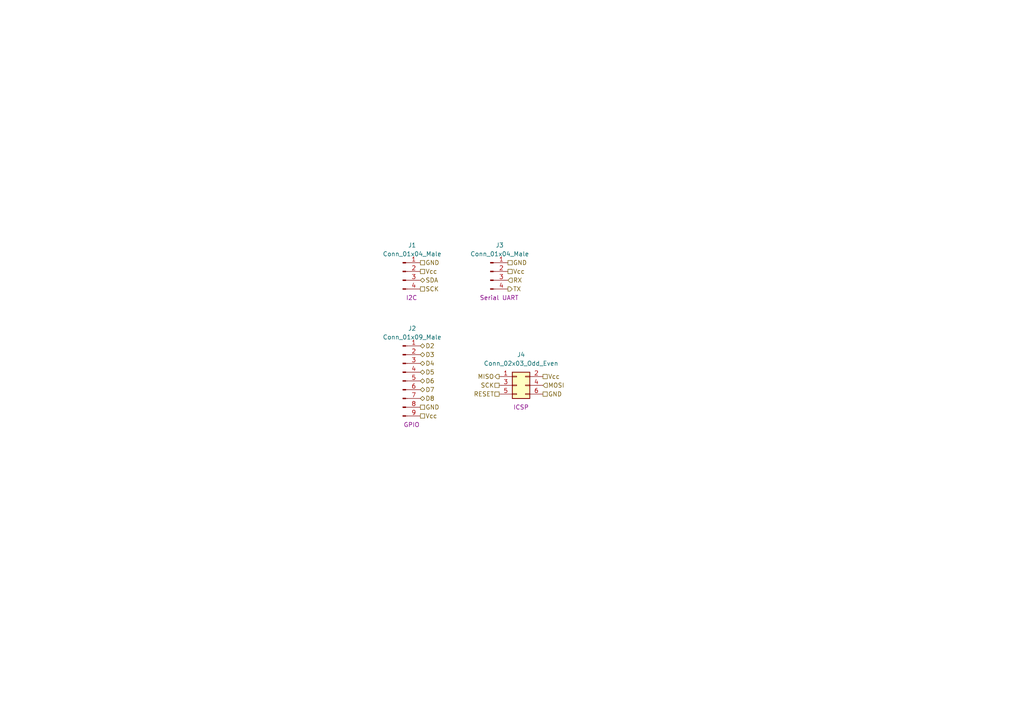
<source format=kicad_sch>
(kicad_sch (version 20230121) (generator eeschema)

  (uuid 81df4e72-fbf2-4ac0-a9ab-a50c2d6e6420)

  (paper "A4")

  (title_block
    (title "${project_name}")
    (rev "$Id: 5b075-20230525$")
    (company "COMPANY")
  )

  (lib_symbols
    (symbol "Connector:Conn_01x04_Male" (pin_names (offset 1.016) hide) (in_bom yes) (on_board yes)
      (property "Reference" "J" (at 0 5.08 0)
        (effects (font (size 1.27 1.27)))
      )
      (property "Value" "Conn_01x04_Male" (at 0 -7.62 0)
        (effects (font (size 1.27 1.27)))
      )
      (property "Footprint" "" (at 0 0 0)
        (effects (font (size 1.27 1.27)) hide)
      )
      (property "Datasheet" "~" (at 0 0 0)
        (effects (font (size 1.27 1.27)) hide)
      )
      (property "ki_keywords" "connector" (at 0 0 0)
        (effects (font (size 1.27 1.27)) hide)
      )
      (property "ki_description" "Generic connector, single row, 01x04, script generated (kicad-library-utils/schlib/autogen/connector/)" (at 0 0 0)
        (effects (font (size 1.27 1.27)) hide)
      )
      (property "ki_fp_filters" "Connector*:*_1x??_*" (at 0 0 0)
        (effects (font (size 1.27 1.27)) hide)
      )
      (symbol "Conn_01x04_Male_1_1"
        (polyline
          (pts
            (xy 1.27 -5.08)
            (xy 0.8636 -5.08)
          )
          (stroke (width 0.1524) (type default))
          (fill (type none))
        )
        (polyline
          (pts
            (xy 1.27 -2.54)
            (xy 0.8636 -2.54)
          )
          (stroke (width 0.1524) (type default))
          (fill (type none))
        )
        (polyline
          (pts
            (xy 1.27 0)
            (xy 0.8636 0)
          )
          (stroke (width 0.1524) (type default))
          (fill (type none))
        )
        (polyline
          (pts
            (xy 1.27 2.54)
            (xy 0.8636 2.54)
          )
          (stroke (width 0.1524) (type default))
          (fill (type none))
        )
        (rectangle (start 0.8636 -4.953) (end 0 -5.207)
          (stroke (width 0.1524) (type default))
          (fill (type outline))
        )
        (rectangle (start 0.8636 -2.413) (end 0 -2.667)
          (stroke (width 0.1524) (type default))
          (fill (type outline))
        )
        (rectangle (start 0.8636 0.127) (end 0 -0.127)
          (stroke (width 0.1524) (type default))
          (fill (type outline))
        )
        (rectangle (start 0.8636 2.667) (end 0 2.413)
          (stroke (width 0.1524) (type default))
          (fill (type outline))
        )
        (pin passive line (at 5.08 2.54 180) (length 3.81)
          (name "Pin_1" (effects (font (size 1.27 1.27))))
          (number "1" (effects (font (size 1.27 1.27))))
        )
        (pin passive line (at 5.08 0 180) (length 3.81)
          (name "Pin_2" (effects (font (size 1.27 1.27))))
          (number "2" (effects (font (size 1.27 1.27))))
        )
        (pin passive line (at 5.08 -2.54 180) (length 3.81)
          (name "Pin_3" (effects (font (size 1.27 1.27))))
          (number "3" (effects (font (size 1.27 1.27))))
        )
        (pin passive line (at 5.08 -5.08 180) (length 3.81)
          (name "Pin_4" (effects (font (size 1.27 1.27))))
          (number "4" (effects (font (size 1.27 1.27))))
        )
      )
    )
    (symbol "Connector:Conn_01x09_Male" (pin_names (offset 1.016) hide) (in_bom yes) (on_board yes)
      (property "Reference" "J" (at 0 12.7 0)
        (effects (font (size 1.27 1.27)))
      )
      (property "Value" "Conn_01x09_Male" (at 0 -12.7 0)
        (effects (font (size 1.27 1.27)))
      )
      (property "Footprint" "" (at 0 0 0)
        (effects (font (size 1.27 1.27)) hide)
      )
      (property "Datasheet" "~" (at 0 0 0)
        (effects (font (size 1.27 1.27)) hide)
      )
      (property "ki_keywords" "connector" (at 0 0 0)
        (effects (font (size 1.27 1.27)) hide)
      )
      (property "ki_description" "Generic connector, single row, 01x09, script generated (kicad-library-utils/schlib/autogen/connector/)" (at 0 0 0)
        (effects (font (size 1.27 1.27)) hide)
      )
      (property "ki_fp_filters" "Connector*:*_1x??_*" (at 0 0 0)
        (effects (font (size 1.27 1.27)) hide)
      )
      (symbol "Conn_01x09_Male_1_1"
        (polyline
          (pts
            (xy 1.27 -10.16)
            (xy 0.8636 -10.16)
          )
          (stroke (width 0.1524) (type default))
          (fill (type none))
        )
        (polyline
          (pts
            (xy 1.27 -7.62)
            (xy 0.8636 -7.62)
          )
          (stroke (width 0.1524) (type default))
          (fill (type none))
        )
        (polyline
          (pts
            (xy 1.27 -5.08)
            (xy 0.8636 -5.08)
          )
          (stroke (width 0.1524) (type default))
          (fill (type none))
        )
        (polyline
          (pts
            (xy 1.27 -2.54)
            (xy 0.8636 -2.54)
          )
          (stroke (width 0.1524) (type default))
          (fill (type none))
        )
        (polyline
          (pts
            (xy 1.27 0)
            (xy 0.8636 0)
          )
          (stroke (width 0.1524) (type default))
          (fill (type none))
        )
        (polyline
          (pts
            (xy 1.27 2.54)
            (xy 0.8636 2.54)
          )
          (stroke (width 0.1524) (type default))
          (fill (type none))
        )
        (polyline
          (pts
            (xy 1.27 5.08)
            (xy 0.8636 5.08)
          )
          (stroke (width 0.1524) (type default))
          (fill (type none))
        )
        (polyline
          (pts
            (xy 1.27 7.62)
            (xy 0.8636 7.62)
          )
          (stroke (width 0.1524) (type default))
          (fill (type none))
        )
        (polyline
          (pts
            (xy 1.27 10.16)
            (xy 0.8636 10.16)
          )
          (stroke (width 0.1524) (type default))
          (fill (type none))
        )
        (rectangle (start 0.8636 -10.033) (end 0 -10.287)
          (stroke (width 0.1524) (type default))
          (fill (type outline))
        )
        (rectangle (start 0.8636 -7.493) (end 0 -7.747)
          (stroke (width 0.1524) (type default))
          (fill (type outline))
        )
        (rectangle (start 0.8636 -4.953) (end 0 -5.207)
          (stroke (width 0.1524) (type default))
          (fill (type outline))
        )
        (rectangle (start 0.8636 -2.413) (end 0 -2.667)
          (stroke (width 0.1524) (type default))
          (fill (type outline))
        )
        (rectangle (start 0.8636 0.127) (end 0 -0.127)
          (stroke (width 0.1524) (type default))
          (fill (type outline))
        )
        (rectangle (start 0.8636 2.667) (end 0 2.413)
          (stroke (width 0.1524) (type default))
          (fill (type outline))
        )
        (rectangle (start 0.8636 5.207) (end 0 4.953)
          (stroke (width 0.1524) (type default))
          (fill (type outline))
        )
        (rectangle (start 0.8636 7.747) (end 0 7.493)
          (stroke (width 0.1524) (type default))
          (fill (type outline))
        )
        (rectangle (start 0.8636 10.287) (end 0 10.033)
          (stroke (width 0.1524) (type default))
          (fill (type outline))
        )
        (pin passive line (at 5.08 10.16 180) (length 3.81)
          (name "Pin_1" (effects (font (size 1.27 1.27))))
          (number "1" (effects (font (size 1.27 1.27))))
        )
        (pin passive line (at 5.08 7.62 180) (length 3.81)
          (name "Pin_2" (effects (font (size 1.27 1.27))))
          (number "2" (effects (font (size 1.27 1.27))))
        )
        (pin passive line (at 5.08 5.08 180) (length 3.81)
          (name "Pin_3" (effects (font (size 1.27 1.27))))
          (number "3" (effects (font (size 1.27 1.27))))
        )
        (pin passive line (at 5.08 2.54 180) (length 3.81)
          (name "Pin_4" (effects (font (size 1.27 1.27))))
          (number "4" (effects (font (size 1.27 1.27))))
        )
        (pin passive line (at 5.08 0 180) (length 3.81)
          (name "Pin_5" (effects (font (size 1.27 1.27))))
          (number "5" (effects (font (size 1.27 1.27))))
        )
        (pin passive line (at 5.08 -2.54 180) (length 3.81)
          (name "Pin_6" (effects (font (size 1.27 1.27))))
          (number "6" (effects (font (size 1.27 1.27))))
        )
        (pin passive line (at 5.08 -5.08 180) (length 3.81)
          (name "Pin_7" (effects (font (size 1.27 1.27))))
          (number "7" (effects (font (size 1.27 1.27))))
        )
        (pin passive line (at 5.08 -7.62 180) (length 3.81)
          (name "Pin_8" (effects (font (size 1.27 1.27))))
          (number "8" (effects (font (size 1.27 1.27))))
        )
        (pin passive line (at 5.08 -10.16 180) (length 3.81)
          (name "Pin_9" (effects (font (size 1.27 1.27))))
          (number "9" (effects (font (size 1.27 1.27))))
        )
      )
    )
    (symbol "Connector_Generic:Conn_02x03_Odd_Even" (pin_names (offset 1.016) hide) (in_bom yes) (on_board yes)
      (property "Reference" "J" (at 1.27 5.08 0)
        (effects (font (size 1.27 1.27)))
      )
      (property "Value" "Conn_02x03_Odd_Even" (at 1.27 -5.08 0)
        (effects (font (size 1.27 1.27)))
      )
      (property "Footprint" "" (at 0 0 0)
        (effects (font (size 1.27 1.27)) hide)
      )
      (property "Datasheet" "~" (at 0 0 0)
        (effects (font (size 1.27 1.27)) hide)
      )
      (property "ki_keywords" "connector" (at 0 0 0)
        (effects (font (size 1.27 1.27)) hide)
      )
      (property "ki_description" "Generic connector, double row, 02x03, odd/even pin numbering scheme (row 1 odd numbers, row 2 even numbers), script generated (kicad-library-utils/schlib/autogen/connector/)" (at 0 0 0)
        (effects (font (size 1.27 1.27)) hide)
      )
      (property "ki_fp_filters" "Connector*:*_2x??_*" (at 0 0 0)
        (effects (font (size 1.27 1.27)) hide)
      )
      (symbol "Conn_02x03_Odd_Even_1_1"
        (rectangle (start -1.27 -2.413) (end 0 -2.667)
          (stroke (width 0.1524) (type default))
          (fill (type none))
        )
        (rectangle (start -1.27 0.127) (end 0 -0.127)
          (stroke (width 0.1524) (type default))
          (fill (type none))
        )
        (rectangle (start -1.27 2.667) (end 0 2.413)
          (stroke (width 0.1524) (type default))
          (fill (type none))
        )
        (rectangle (start -1.27 3.81) (end 3.81 -3.81)
          (stroke (width 0.254) (type default))
          (fill (type background))
        )
        (rectangle (start 3.81 -2.413) (end 2.54 -2.667)
          (stroke (width 0.1524) (type default))
          (fill (type none))
        )
        (rectangle (start 3.81 0.127) (end 2.54 -0.127)
          (stroke (width 0.1524) (type default))
          (fill (type none))
        )
        (rectangle (start 3.81 2.667) (end 2.54 2.413)
          (stroke (width 0.1524) (type default))
          (fill (type none))
        )
        (pin passive line (at -5.08 2.54 0) (length 3.81)
          (name "Pin_1" (effects (font (size 1.27 1.27))))
          (number "1" (effects (font (size 1.27 1.27))))
        )
        (pin passive line (at 7.62 2.54 180) (length 3.81)
          (name "Pin_2" (effects (font (size 1.27 1.27))))
          (number "2" (effects (font (size 1.27 1.27))))
        )
        (pin passive line (at -5.08 0 0) (length 3.81)
          (name "Pin_3" (effects (font (size 1.27 1.27))))
          (number "3" (effects (font (size 1.27 1.27))))
        )
        (pin passive line (at 7.62 0 180) (length 3.81)
          (name "Pin_4" (effects (font (size 1.27 1.27))))
          (number "4" (effects (font (size 1.27 1.27))))
        )
        (pin passive line (at -5.08 -2.54 0) (length 3.81)
          (name "Pin_5" (effects (font (size 1.27 1.27))))
          (number "5" (effects (font (size 1.27 1.27))))
        )
        (pin passive line (at 7.62 -2.54 180) (length 3.81)
          (name "Pin_6" (effects (font (size 1.27 1.27))))
          (number "6" (effects (font (size 1.27 1.27))))
        )
      )
    )
  )


  (hierarchical_label "GND" (shape passive) (at 121.92 76.2 0) (fields_autoplaced)
    (effects (font (size 1.27 1.27)) (justify left))
    (uuid 00d90262-05c2-45f3-bd56-b59a53d60085)
  )
  (hierarchical_label "Vcc" (shape passive) (at 121.92 78.74 0) (fields_autoplaced)
    (effects (font (size 1.27 1.27)) (justify left))
    (uuid 0346c1b7-9c9c-42d8-861e-f0864092cf9e)
  )
  (hierarchical_label "Vcc" (shape passive) (at 147.32 78.74 0) (fields_autoplaced)
    (effects (font (size 1.27 1.27)) (justify left))
    (uuid 11fef72b-e38b-43f7-9598-2bca1bd4622b)
  )
  (hierarchical_label "SCK" (shape passive) (at 121.92 83.82 0) (fields_autoplaced)
    (effects (font (size 1.27 1.27)) (justify left))
    (uuid 1f33061d-a66e-43ab-b425-3652b98a6f02)
  )
  (hierarchical_label "Vcc" (shape passive) (at 121.92 120.65 0) (fields_autoplaced)
    (effects (font (size 1.27 1.27)) (justify left))
    (uuid 2a981c2f-4a44-4a73-8b95-902f95635ce9)
  )
  (hierarchical_label "D6" (shape bidirectional) (at 121.92 110.49 0) (fields_autoplaced)
    (effects (font (size 1.27 1.27)) (justify left))
    (uuid 35821ab3-7fad-49f8-ac12-c330fa21df34)
  )
  (hierarchical_label "SCK" (shape passive) (at 144.78 111.76 180) (fields_autoplaced)
    (effects (font (size 1.27 1.27)) (justify right))
    (uuid 369f0ec5-82d7-4dca-8c5a-b8426e7c55dd)
  )
  (hierarchical_label "MISO" (shape output) (at 144.78 109.22 180) (fields_autoplaced)
    (effects (font (size 1.27 1.27)) (justify right))
    (uuid 374b317d-7d30-4c98-91a2-447cd936c27c)
  )
  (hierarchical_label "GND" (shape passive) (at 147.32 76.2 0) (fields_autoplaced)
    (effects (font (size 1.27 1.27)) (justify left))
    (uuid 415f7a71-11b4-4654-9017-6f90b2f87b62)
  )
  (hierarchical_label "D3" (shape bidirectional) (at 121.92 102.87 0) (fields_autoplaced)
    (effects (font (size 1.27 1.27)) (justify left))
    (uuid 42786393-cfe6-4343-85cc-9a5db909325e)
  )
  (hierarchical_label "TX" (shape output) (at 147.32 83.82 0) (fields_autoplaced)
    (effects (font (size 1.27 1.27)) (justify left))
    (uuid 5af8b554-2c1e-4266-b37e-172de28f2bce)
  )
  (hierarchical_label "SDA" (shape bidirectional) (at 121.92 81.28 0) (fields_autoplaced)
    (effects (font (size 1.27 1.27)) (justify left))
    (uuid 5dde7549-0604-4ee7-9b74-f164ed68099c)
  )
  (hierarchical_label "GND" (shape passive) (at 157.48 114.3 0) (fields_autoplaced)
    (effects (font (size 1.27 1.27)) (justify left))
    (uuid 5e228d20-2d89-421c-8636-fe9a722de154)
  )
  (hierarchical_label "D4" (shape bidirectional) (at 121.92 105.41 0) (fields_autoplaced)
    (effects (font (size 1.27 1.27)) (justify left))
    (uuid 60f4f4df-53a9-4b17-be02-9169fa610149)
  )
  (hierarchical_label "GND" (shape passive) (at 121.92 118.11 0) (fields_autoplaced)
    (effects (font (size 1.27 1.27)) (justify left))
    (uuid 76fde1be-6ae4-4810-ad37-ba8f90248ec3)
  )
  (hierarchical_label "D7" (shape bidirectional) (at 121.92 113.03 0) (fields_autoplaced)
    (effects (font (size 1.27 1.27)) (justify left))
    (uuid 97911732-b28f-404f-913a-c4194690df5e)
  )
  (hierarchical_label "Vcc" (shape passive) (at 157.48 109.22 0) (fields_autoplaced)
    (effects (font (size 1.27 1.27)) (justify left))
    (uuid a6e25089-63af-4f82-8d34-6e8a7a27dff9)
  )
  (hierarchical_label "D2" (shape bidirectional) (at 121.92 100.33 0) (fields_autoplaced)
    (effects (font (size 1.27 1.27)) (justify left))
    (uuid c390c527-1875-42ee-8552-ce58f04fa913)
  )
  (hierarchical_label "RESET" (shape passive) (at 144.78 114.3 180) (fields_autoplaced)
    (effects (font (size 1.27 1.27)) (justify right))
    (uuid c4827172-025a-4cd2-932e-bae9b3330621)
  )
  (hierarchical_label "D8" (shape bidirectional) (at 121.92 115.57 0) (fields_autoplaced)
    (effects (font (size 1.27 1.27)) (justify left))
    (uuid d775be8a-f16c-49bb-8907-2e3b135f8bfb)
  )
  (hierarchical_label "RX" (shape input) (at 147.32 81.28 0) (fields_autoplaced)
    (effects (font (size 1.27 1.27)) (justify left))
    (uuid dfac19b8-a9f3-4a13-b3df-cd5849eda461)
  )
  (hierarchical_label "MOSI" (shape input) (at 157.48 111.76 0) (fields_autoplaced)
    (effects (font (size 1.27 1.27)) (justify left))
    (uuid f72fd399-6911-4139-a16a-d689149fcfc6)
  )
  (hierarchical_label "D5" (shape bidirectional) (at 121.92 107.95 0) (fields_autoplaced)
    (effects (font (size 1.27 1.27)) (justify left))
    (uuid f9bfe1dd-8841-4369-8c0d-94e847e6bb32)
  )

  (symbol (lib_id "Connector_Generic:Conn_02x03_Odd_Even") (at 149.86 111.76 0) (unit 1)
    (in_bom yes) (on_board yes) (dnp no)
    (uuid 18da02d3-9fb9-4e52-b5f5-bce437fd145d)
    (property "Reference" "J4" (at 151.13 102.87 0)
      (effects (font (size 1.27 1.27)))
    )
    (property "Value" "Conn_02x03_Odd_Even" (at 151.13 105.41 0)
      (effects (font (size 1.27 1.27)))
    )
    (property "Footprint" "Connector_PinHeader_2.54mm:PinHeader_2x03_P2.54mm_Vertical" (at 149.86 111.76 0)
      (effects (font (size 1.27 1.27)) hide)
    )
    (property "Datasheet" "~" (at 149.86 111.76 0)
      (effects (font (size 1.27 1.27)) hide)
    )
    (property "Purpose" "ICSP" (at 151.13 118.11 0)
      (effects (font (size 1.27 1.27)))
    )
    (pin "1" (uuid 356d3590-a4b4-4875-af28-06817e2a39b4))
    (pin "2" (uuid 1a56b17f-deff-4483-9961-085101ad7621))
    (pin "3" (uuid 4fdee9c8-cb91-44ca-958e-fa456dbb0dda))
    (pin "4" (uuid ec59f756-8de1-4d87-8a01-d6cd012ee44a))
    (pin "5" (uuid cd8945ab-cdf2-49af-9830-415165681409))
    (pin "6" (uuid 41bfbede-bd00-4419-9fdd-7a5d8d9bc89f))
    (instances
      (project "MCU Datalogger"
        (path "/958d0d2b-d614-409e-9881-c935f433e32b/9dbbe6a9-348c-473b-9910-8db218bc46cc"
          (reference "J4") (unit 1)
        )
      )
    )
  )

  (symbol (lib_id "Connector:Conn_01x09_Male") (at 116.84 110.49 0) (unit 1)
    (in_bom yes) (on_board yes) (dnp no)
    (uuid 5c020041-c022-4173-a70b-b22520cc6e89)
    (property "Reference" "J2" (at 119.5324 95.25 0)
      (effects (font (size 1.27 1.27)))
    )
    (property "Value" "Conn_01x09_Male" (at 119.5324 97.79 0)
      (effects (font (size 1.27 1.27)))
    )
    (property "Footprint" "Connector_PinHeader_2.54mm:PinHeader_1x09_P2.54mm_Vertical" (at 116.84 110.49 0)
      (effects (font (size 1.27 1.27)) hide)
    )
    (property "Datasheet" "~" (at 116.84 110.49 0)
      (effects (font (size 1.27 1.27)) hide)
    )
    (property "Purpose" "GPIO" (at 119.38 123.19 0)
      (effects (font (size 1.27 1.27)))
    )
    (pin "1" (uuid e88b1f77-f443-4afd-8bad-43f7f0311c97))
    (pin "2" (uuid 45e85f05-2c22-4a9e-a552-d2eee04aea6a))
    (pin "3" (uuid dd971007-7ee9-4262-8fc2-f7c0e84391d4))
    (pin "4" (uuid 39c26e1e-5662-4b5e-8739-4c6742ffd703))
    (pin "5" (uuid f4b06f7c-5ae6-487a-a216-58526bc77bbb))
    (pin "6" (uuid 375edfde-cab8-4e12-9070-78602dea1511))
    (pin "7" (uuid 1b4764a1-ac4c-4659-9cf5-ab07dd82ac53))
    (pin "8" (uuid 1c5e465a-cc2b-453b-9ac4-2177219e5bc1))
    (pin "9" (uuid 865e85f2-df8a-4fa4-a65f-d713f76ebbcd))
    (instances
      (project "MCU Datalogger"
        (path "/958d0d2b-d614-409e-9881-c935f433e32b/9dbbe6a9-348c-473b-9910-8db218bc46cc"
          (reference "J2") (unit 1)
        )
      )
    )
  )

  (symbol (lib_id "Connector:Conn_01x04_Male") (at 142.24 78.74 0) (unit 1)
    (in_bom yes) (on_board yes) (dnp no)
    (uuid 8546c9c2-4885-4122-afca-3ad63777c02c)
    (property "Reference" "J3" (at 144.9324 71.12 0)
      (effects (font (size 1.27 1.27)))
    )
    (property "Value" "Conn_01x04_Male" (at 144.9324 73.66 0)
      (effects (font (size 1.27 1.27)))
    )
    (property "Footprint" "Connector_PinHeader_2.54mm:PinHeader_1x04_P2.54mm_Vertical" (at 142.24 78.74 0)
      (effects (font (size 1.27 1.27)) hide)
    )
    (property "Datasheet" "~" (at 142.24 78.74 0)
      (effects (font (size 1.27 1.27)) hide)
    )
    (property "Purpose" "Serial UART" (at 144.78 86.36 0)
      (effects (font (size 1.27 1.27)))
    )
    (pin "1" (uuid ccbb3e67-33d6-4719-9889-c9940d79ef88))
    (pin "2" (uuid d7b7c564-75ee-4469-89ff-22339f8ba54a))
    (pin "3" (uuid 062d8110-b4cb-4b69-b457-0fd442bca39d))
    (pin "4" (uuid 873701a4-cee4-4621-841b-6b6daf654a6f))
    (instances
      (project "MCU Datalogger"
        (path "/958d0d2b-d614-409e-9881-c935f433e32b/9dbbe6a9-348c-473b-9910-8db218bc46cc"
          (reference "J3") (unit 1)
        )
      )
    )
  )

  (symbol (lib_id "Connector:Conn_01x04_Male") (at 116.84 78.74 0) (unit 1)
    (in_bom yes) (on_board yes) (dnp no)
    (uuid 9d2221b4-3cdb-458f-ae9b-1d6633daf13d)
    (property "Reference" "J1" (at 119.5324 71.12 0)
      (effects (font (size 1.27 1.27)))
    )
    (property "Value" "Conn_01x04_Male" (at 119.5324 73.66 0)
      (effects (font (size 1.27 1.27)))
    )
    (property "Footprint" "Connector_PinHeader_2.54mm:PinHeader_1x04_P2.54mm_Vertical" (at 116.84 78.74 0)
      (effects (font (size 1.27 1.27)) hide)
    )
    (property "Datasheet" "~" (at 116.84 78.74 0)
      (effects (font (size 1.27 1.27)) hide)
    )
    (property "Purpose" "I2C" (at 119.38 86.36 0)
      (effects (font (size 1.27 1.27)))
    )
    (pin "1" (uuid fc27c4e9-68c8-407f-8824-1fa92ca20b2c))
    (pin "2" (uuid f27ef228-a630-4cd3-ad6b-80fa417a44b6))
    (pin "3" (uuid a023ea02-f286-47c5-a714-0e50721a1ca6))
    (pin "4" (uuid 6da9da96-71a4-4651-8976-8c9bfd5b20f7))
    (instances
      (project "MCU Datalogger"
        (path "/958d0d2b-d614-409e-9881-c935f433e32b/9dbbe6a9-348c-473b-9910-8db218bc46cc"
          (reference "J1") (unit 1)
        )
      )
    )
  )
)

</source>
